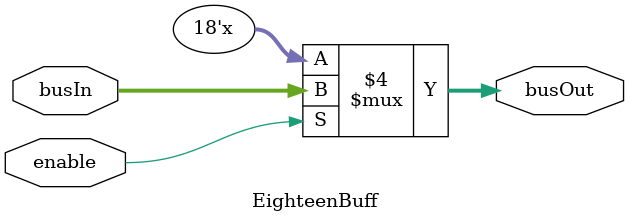
<source format=v>
`timescale 1ns / 1ps
module EighteenBuff(
    input [17:0] busIn,
    input enable,
    output reg [17:0] busOut
    );
	 
	always@(*) begin
		if(enable == 1'b1) begin
			busOut = busIn;
		end
		else begin
			busOut = 18'bZZ_ZZZZ_ZZZZ_ZZZZ_ZZZZ;
		end
	end


endmodule

</source>
